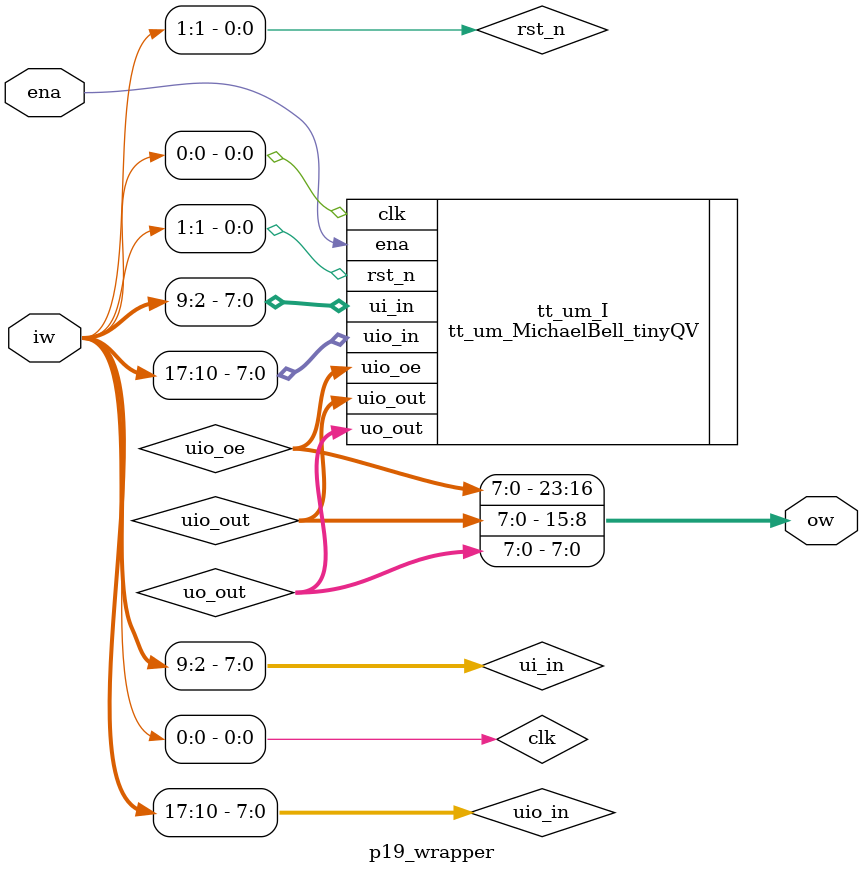
<source format=v>
`default_nettype none

module p19_wrapper (
  input wire ena,
  input wire [17:0] iw,
  output wire [23:0] ow
);

wire [7:0] uio_in;
wire [7:0] uio_out;
wire [7:0] uio_oe;
wire [7:0] uo_out;
wire [7:0] ui_in;
wire clk;
wire rst_n;

assign { uio_in, ui_in, rst_n, clk } = iw;
assign ow = { uio_oe, uio_out, uo_out };

tt_um_MichaelBell_tinyQV tt_um_I (
  .uio_in  (uio_in),
  .uio_out (uio_out),
  .uio_oe  (uio_oe),
  .uo_out  (uo_out),
  .ui_in   (ui_in),
  .ena     (ena),
  .clk     (clk),
  .rst_n   (rst_n)
);

endmodule

</source>
